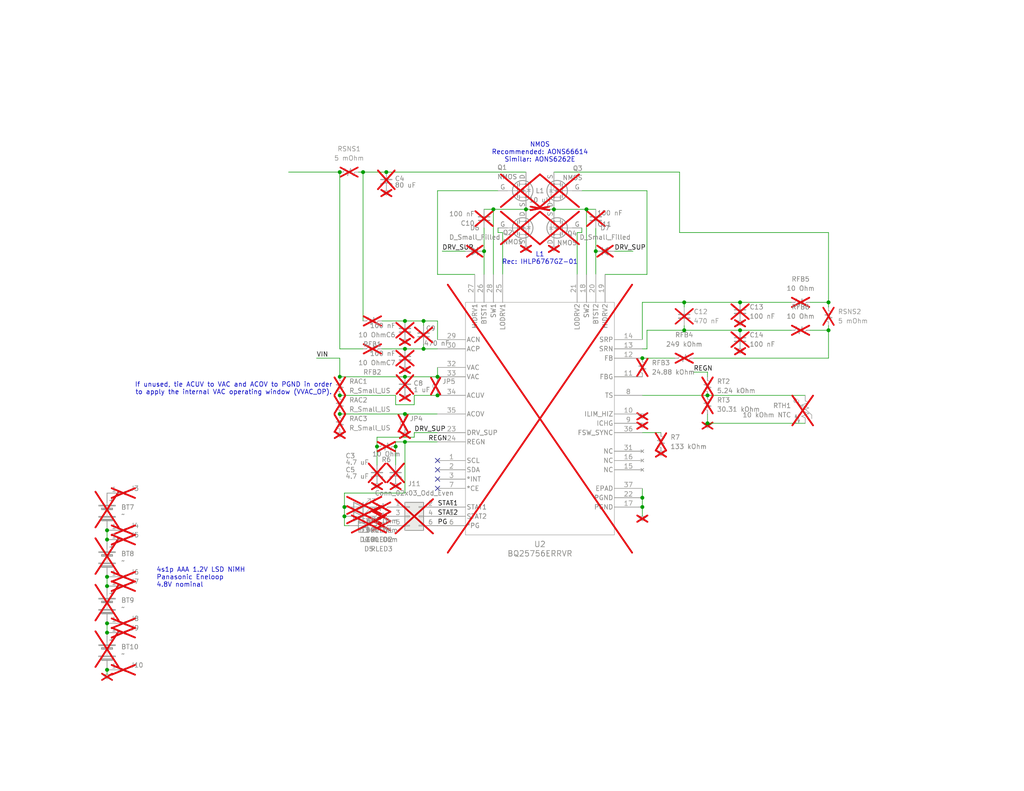
<source format=kicad_sch>
(kicad_sch (version 20250114) (generator "eeschema") (generator_version "9.0")
  (paper "USLetter")
  (title_block (title "ENTS Node Battery Module") (date "2025-08-26") (rev "3") (comment 1 "Jack Lin"))
  (lib_symbols
    (symbol "BQ25756E:BQ25756ERRVR" (pin_names (offset 0.254))
      (property "Reference" "U" (at 27.94 10.16 0))
      (property "Value" "BQ25756ERRVR" (at 27.94 7.62 0))
      (symbol "BQ25756ERRVR_0_1"
        (polyline (pts (xy 7.62 5.08) (xy 7.62 -58.42)) (stroke (width 0.127)))
        (polyline (pts (xy 7.62 -58.42) (xy 48.26 -58.42)) (stroke (width 0.127)))
        (polyline (pts (xy 48.26 5.08) (xy 7.62 5.08)) (stroke (width 0.127)))
        (polyline (pts (xy 48.26 -58.42) (xy 48.26 5.08)) (stroke (width 0.127)))
        (pin input line (at 0 -5.08 0) (length 7.62) (name "ACN") (number "29"))
        (pin input line (at 0 -7.62 0) (length 7.62) (name "ACP") (number "30"))
        (pin power_in line (at 0 -12.7 0) (length 7.62) (name "VAC") (number "32"))
        (pin input line (at 0 -15.24 0) (length 7.62) (name "VAC") (number "33"))
        (pin input line (at 0 -20.32 0) (length 7.62) (name "ACUV") (number "34"))
        (pin input line (at 0 -25.4 0) (length 7.62) (name "ACOV") (number "35"))
        (pin power_in line (at 0 -30.48 0) (length 7.62) (name "DRV_SUP") (number "23"))
        (pin power_in line (at 0 -33.02 0) (length 7.62) (name "REGN") (number "24"))
        (pin input line (at 0 -38.1 0) (length 7.62) (name "SCL") (number "1"))
        (pin bidirectional line (at 0 -40.64 0) (length 7.62) (name "SDA") (number "2"))
        (pin output line (at 0 -43.18 0) (length 7.62) (name "*INT") (number "3"))
        (pin bidirectional line (at 0 -45.72 0) (length 7.62) (name "*CE") (number "7"))
        (pin output line (at 0 -50.8 0) (length 7.62) (name "STAT1") (number "4"))
        (pin output line (at 0 -53.34 0) (length 7.62) (name "STAT2") (number "5"))
        (pin output line (at 0 -55.88 0) (length 7.62) (name "*PG") (number "6"))
        (pin output line (at 10.16 12.7 270) (length 7.62) (name "HIDRV1") (number "27"))
        (pin power_in line (at 12.7 12.7 270) (length 7.62) (name "BTST1") (number "26"))
        (pin power_in line (at 15.24 12.7 270) (length 7.62) (name "SW1") (number "28"))
        (pin output line (at 17.78 12.7 270) (length 7.62) (name "LODRV1") (number "25"))
        (pin output line (at 38.1 12.7 270) (length 7.62) (name "LODRV2") (number "21"))
        (pin power_in line (at 40.64 12.7 270) (length 7.62) (name "SW2") (number "18"))
        (pin power_in line (at 43.18 12.7 270) (length 7.62) (name "BTST2") (number "20"))
        (pin output line (at 45.72 12.7 270) (length 7.62) (name "HIDRV2") (number "19"))
        (pin input line (at 55.88 -5.08 180) (length 7.62) (name "SRP") (number "14"))
        (pin input line (at 55.88 -7.62 180) (length 7.62) (name "SRN") (number "13"))
        (pin input line (at 55.88 -10.16 180) (length 7.62) (name "FB") (number "12"))
        (pin input line (at 55.88 -15.24 180) (length 7.62) (name "FBG") (number "11"))
        (pin input line (at 55.88 -20.32 180) (length 7.62) (name "TS") (number "8"))
        (pin input line (at 55.88 -25.4 180) (length 7.62) (name "ILIM_HIZ") (number "10"))
        (pin input line (at 55.88 -27.94 180) (length 7.62) (name "ICHG") (number "9"))
        (pin power_in line (at 55.88 -30.48 180) (length 7.62) (name "FSW_SYNC") (number "36"))
        (pin no_connect line (at 55.88 -35.56 180) (length 7.62) (name "NC") (number "31"))
        (pin no_connect line (at 55.88 -38.1 180) (length 7.62) (name "NC") (number "16"))
        (pin no_connect line (at 55.88 -40.64 180) (length 7.62) (name "NC") (number "15"))
        (pin power_out line (at 55.88 -45.72 180) (length 7.62) (name "EPAD") (number "37"))
        (pin power_in line (at 55.88 -48.26 180) (length 7.62) (name "PGND") (number "22"))
        (pin power_out line (at 55.88 -50.8 180) (length 7.62) (name "PGND") (number "17"))
      )
    )
    (symbol "Connector:Conn_01x01_Socket" (pin_names (offset 1.016) (hide yes))
      (property "Reference" "J" (at 0 2.54 0))
      (property "Value" "Conn_01x01_Socket" (at 0 -2.54 0))
      (symbol "Conn_01x01_Socket_1_1"
        (polyline (pts (xy -1.27 0) (xy -0.508 0)) (stroke (width 0.1524)))
        (arc (start 0 -0.508) (mid -0.5058 0) (end 0 0.508) (stroke (width 0.1524)))
        (pin passive line (at -5.08 0 0) (length 3.81) (name "Pin_1") (number "1"))
      )
    )
    (symbol "Connector_Generic:Conn_02x03_Odd_Even" (pin_names (offset 1.016) (hide yes))
      (property "Reference" "J" (at 1.27 5.08 0))
      (property "Value" "Conn_02x03_Odd_Even" (at 1.27 -5.08 0))
      (symbol "Conn_02x03_Odd_Even_1_1"
        (rectangle (start -1.27 3.81) (end 3.81 -3.81) (stroke (width 0.254)) (fill (type background)))
        (rectangle (start -1.27 2.667) (end 0 2.413) (stroke (width 0.1524)))
        (rectangle (start -1.27 0.127) (end 0 -0.127) (stroke (width 0.1524)))
        (rectangle (start -1.27 -2.413) (end 0 -2.667) (stroke (width 0.1524)))
        (rectangle (start 3.81 2.667) (end 2.54 2.413) (stroke (width 0.1524)))
        (rectangle (start 3.81 0.127) (end 2.54 -0.127) (stroke (width 0.1524)))
        (rectangle (start 3.81 -2.413) (end 2.54 -2.667) (stroke (width 0.1524)))
        (pin passive line (at -5.08 2.54 0) (length 3.81) (name "Pin_1") (number "1"))
        (pin passive line (at -5.08 0 0) (length 3.81) (name "Pin_3") (number "3"))
        (pin passive line (at -5.08 -2.54 0) (length 3.81) (name "Pin_5") (number "5"))
        (pin passive line (at 7.62 2.54 180) (length 3.81) (name "Pin_2") (number "2"))
        (pin passive line (at 7.62 0 180) (length 3.81) (name "Pin_4") (number "4"))
        (pin passive line (at 7.62 -2.54 180) (length 3.81) (name "Pin_6") (number "6"))
      )
    )
    (symbol "Device:Battery" (pin_numbers (hide yes)) (pin_names (offset 0) (hide yes))
      (property "Reference" "BT" (at 2.54 2.54 0))
      (property "Value" "Battery" (at 2.54 0 0))
      (symbol "Battery_0_1"
        (rectangle (start -2.286 1.778) (end 2.286 1.524) (fill (type outline)))
        (rectangle (start -2.286 -1.27) (end 2.286 -1.524) (fill (type outline)))
        (rectangle (start -1.524 1.016) (end 1.524 0.508) (fill (type outline)))
        (rectangle (start -1.524 -2.032) (end 1.524 -2.54) (fill (type outline)))
        (polyline (pts (xy 0 1.778) (xy 0 2.54)))
        (polyline (pts (xy 0 0) (xy 0 0.254)))
        (polyline (pts (xy 0 -0.508) (xy 0 -0.254)))
        (polyline (pts (xy 0 -1.016) (xy 0 -0.762)))
        (polyline (pts (xy 0.762 3.048) (xy 1.778 3.048)) (stroke (width 0.254)))
        (polyline (pts (xy 1.27 3.556) (xy 1.27 2.54)) (stroke (width 0.254)))
      )
      (symbol "Battery_1_1"
        (pin passive line (at 0 5.08 270) (length 2.54) (name "+") (number "1"))
        (pin passive line (at 0 -5.08 90) (length 2.54) (name "-") (number "2"))
      )
    )
    (symbol "Device:C_Polarized_Small_US" (pin_numbers (hide yes)) (pin_names (offset 0.254) (hide yes))
      (property "Reference" "C" (at 0.254 1.778 0))
      (property "Value" "C_Polarized_Small_US" (at 0.254 -2.032 0))
      (symbol "C_Polarized_Small_US_0_1"
        (polyline (pts (xy -1.524 0.508) (xy 1.524 0.508)) (stroke (width 0.3048)))
        (polyline (pts (xy -1.27 1.524) (xy -0.762 1.524)))
        (polyline (pts (xy -1.016 1.27) (xy -1.016 1.778)))
        (arc (start -1.524 -0.762) (mid 0 -0.3734) (end 1.524 -0.762) (stroke (width 0.3048)))
      )
      (symbol "C_Polarized_Small_US_1_1"
        (pin passive line (at 0 2.54 270) (length 2.032) (name "~") (number "1"))
        (pin passive line (at 0 -2.54 90) (length 2.032) (name "~") (number "2"))
      )
    )
    (symbol "Device:C_Small" (pin_numbers (hide yes)) (pin_names (offset 0.254) (hide yes))
      (property "Reference" "C" (at 0.254 1.778 0))
      (property "Value" "C_Small" (at 0.254 -2.032 0))
      (symbol "C_Small_0_1"
        (polyline (pts (xy -1.524 0.508) (xy 1.524 0.508)) (stroke (width 0.3048)))
        (polyline (pts (xy -1.524 -0.508) (xy 1.524 -0.508)) (stroke (width 0.3302)))
      )
      (symbol "C_Small_1_1"
        (pin passive line (at 0 2.54 270) (length 2.032) (name "~") (number "1"))
        (pin passive line (at 0 -2.54 90) (length 2.032) (name "~") (number "2"))
      )
    )
    (symbol "Device:D_Small_Filled" (pin_numbers (hide yes)) (pin_names (offset 0.254) (hide yes))
      (property "Reference" "D" (at -1.27 2.032 0))
      (property "Value" "D_Small_Filled" (at -3.81 -2.032 0))
      (symbol "D_Small_Filled_0_1"
        (polyline (pts (xy -0.762 0) (xy 0.762 0)))
        (polyline (pts (xy -0.762 -1.016) (xy -0.762 1.016)) (stroke (width 0.254)))
        (polyline (pts (xy 0.762 -1.016) (xy -0.762 0) (xy 0.762 1.016) (xy 0.762 -1.016)) (stroke (width 0.254)) (fill (type outline)))
      )
      (symbol "D_Small_Filled_1_1"
        (pin passive line (at -2.54 0 0) (length 1.778) (name "K") (number "1"))
        (pin passive line (at 2.54 0 180) (length 1.778) (name "A") (number "2"))
      )
    )
    (symbol "Device:LED" (pin_numbers (hide yes)) (pin_names (offset 1.016) (hide yes))
      (property "Reference" "D" (at 0 2.54 0))
      (property "Value" "LED" (at 0 -2.54 0))
      (symbol "LED_0_1"
        (polyline (pts (xy -3.048 -0.762) (xy -4.572 -2.286) (xy -3.81 -2.286) (xy -4.572 -2.286) (xy -4.572 -1.524)))
        (polyline (pts (xy -1.778 -0.762) (xy -3.302 -2.286) (xy -2.54 -2.286) (xy -3.302 -2.286) (xy -3.302 -1.524)))
        (polyline (pts (xy -1.27 0) (xy 1.27 0)))
        (polyline (pts (xy -1.27 -1.27) (xy -1.27 1.27)) (stroke (width 0.254)))
        (polyline (pts (xy 1.27 -1.27) (xy 1.27 1.27) (xy -1.27 0) (xy 1.27 -1.27)) (stroke (width 0.254)))
      )
      (symbol "LED_1_1"
        (pin passive line (at -3.81 0 0) (length 2.54) (name "K") (number "1"))
        (pin passive line (at 3.81 0 180) (length 2.54) (name "A") (number "2"))
      )
    )
    (symbol "Device:L_Small" (pin_numbers (hide yes)) (pin_names (offset 0.254) (hide yes))
      (property "Reference" "L" (at 0.762 1.016 0))
      (property "Value" "L_Small" (at 0.762 -1.016 0))
      (symbol "L_Small_0_1"
        (arc (start 0 2.032) (mid 0.5058 1.524) (end 0 1.016))
        (arc (start 0 1.016) (mid 0.5058 0.508) (end 0 0))
        (arc (start 0 0) (mid 0.5058 -0.508) (end 0 -1.016))
        (arc (start 0 -1.016) (mid 0.5058 -1.524) (end 0 -2.032))
      )
      (symbol "L_Small_1_1"
        (pin passive line (at 0 2.54 270) (length 0.508) (name "~") (number "1"))
        (pin passive line (at 0 -2.54 90) (length 0.508) (name "~") (number "2"))
      )
    )
    (symbol "Device:R_Small_US" (pin_numbers (hide yes)) (pin_names (offset 0.254) (hide yes))
      (property "Reference" "R" (at 0.762 0.508 0))
      (property "Value" "R_Small_US" (at 0.762 -1.016 0))
      (symbol "R_Small_US_1_1"
        (polyline (pts (xy 0 1.524) (xy 1.016 1.143) (xy 0 0.762) (xy -1.016 0.381) (xy 0 0)))
        (polyline (pts (xy 0 0) (xy 1.016 -0.381) (xy 0 -0.762) (xy -1.016 -1.143) (xy 0 -1.524)))
        (pin passive line (at 0 2.54 270) (length 1.016) (name "~") (number "1"))
        (pin passive line (at 0 -2.54 90) (length 1.016) (name "~") (number "2"))
      )
    )
    (symbol "Device:Thermistor_NTC_US" (pin_numbers (hide yes)) (pin_names (offset 0))
      (property "Reference" "TH" (at -4.445 0 90))
      (property "Value" "Thermistor_NTC_US" (at 3.175 0 90))
      (symbol "Thermistor_NTC_US_0_1"
        (arc (start -3.175 2.413) (mid -3.0506 2.3165) (end -3.048 2.159))
        (arc (start -3.048 2.794) (mid -2.9736 2.9736) (end -2.794 3.048))
        (arc (start -2.794 3.048) (mid -2.6144 2.9736) (end -2.54 2.794))
        (arc (start -2.794 2.54) (mid -2.9736 2.6144) (end -3.048 2.794))
        (arc (start -2.794 1.905) (mid -2.9736 1.9794) (end -3.048 2.159))
        (arc (start -2.54 2.159) (mid -2.6144 1.9794) (end -2.794 1.905))
        (arc (start -2.159 2.794) (mid -2.434 2.5608) (end -2.794 2.54))
        (polyline (pts (xy -2.54 2.159) (xy -2.54 2.794)))
        (polyline (pts (xy -2.54 -3.683) (xy -2.54 -1.397) (xy -2.794 -2.159) (xy -2.286 -2.159) (xy -2.54 -1.397) (xy -2.54 -1.651)) (fill (type outline)))
        (polyline (pts (xy -1.778 2.54) (xy -1.778 1.524) (xy 1.778 -1.524) (xy 1.778 -2.54)))
        (polyline (pts (xy -1.778 -1.397) (xy -1.778 -3.683) (xy -2.032 -2.921) (xy -1.524 -2.921) (xy -1.778 -3.683) (xy -1.778 -3.429)) (fill (type outline)))
        (polyline (pts (xy 0 2.286) (xy 0 2.54)))
        (polyline (pts (xy 0 2.286) (xy 1.016 1.905) (xy 0 1.524) (xy -1.016 1.143) (xy 0 0.762)))
        (polyline (pts (xy 0 0.762) (xy 1.016 0.381) (xy 0 0) (xy -1.016 -0.381) (xy 0 -0.762)))
        (polyline (pts (xy 0 -0.762) (xy 1.016 -1.143) (xy 0 -1.524) (xy -1.016 -1.905) (xy 0 -2.286)))
        (polyline (pts (xy 0 -2.286) (xy 0 -2.54)))
      )
      (symbol "Thermistor_NTC_US_1_1"
        (pin passive line (at 0 3.81 270) (length 1.27) (name "~") (number "1"))
        (pin passive line (at 0 -3.81 90) (length 1.27) (name "~") (number "2"))
      )
    )
    (symbol "Jumper:Jumper_2_Small_Open" (pin_numbers (hide yes)) (pin_names (offset 0) (hide yes)) (exclude_from_sim yes)
      (property "Reference" "JP" (at 0 2.794 0))
      (property "Value" "Jumper_2_Small_Open" (at 0 -2.286 0))
      (symbol "Jumper_2_Small_Open_0_0"
        (circle (center -1.016 0) (radius 0.254))
        (circle (center 1.016 0) (radius 0.254))
      )
      (symbol "Jumper_2_Small_Open_0_1"
        (arc (start -0.762 1.0196) (mid 0 1.2729) (end 0.762 1.0196))
      )
      (symbol "Jumper_2_Small_Open_1_1"
        (pin passive line (at -2.54 0 0) (length 1.27) (name "A") (number "1"))
        (pin passive line (at 2.54 0 180) (length 1.27) (name "B") (number "2"))
      )
    )
    (symbol "Simulation_SPICE:0" (power) (pin_numbers (hide yes)) (pin_names (offset 0) (hide yes))
      (property "Value" "0" (at 0 -2.54 0))
      (symbol "0_0_1"
        (polyline (pts (xy -1.27 0) (xy 0 -1.27) (xy 1.27 0) (xy -1.27 0)))
      )
      (symbol "0_1_1"
        (pin power_in line (at 0 0 0) (length 0) (name "~") (number "1"))
      )
    )
    (symbol "Simulation_SPICE:NMOS" (pin_numbers (hide yes)) (pin_names (offset 0))
      (property "Reference" "Q" (at 5.08 1.27 0))
      (property "Value" "NMOS" (at 5.08 -1.27 0))
      (symbol "NMOS_0_1"
        (polyline (pts (xy 0.254 1.905) (xy 0.254 -1.905)) (stroke (width 0.254)))
        (polyline (pts (xy 0.254 0) (xy -2.54 0)))
        (polyline (pts (xy 0.762 2.286) (xy 0.762 1.27)) (stroke (width 0.254)))
        (polyline (pts (xy 0.762 0.508) (xy 0.762 -0.508)) (stroke (width 0.254)))
        (polyline (pts (xy 0.762 -1.27) (xy 0.762 -2.286)) (stroke (width 0.254)))
        (polyline (pts (xy 0.762 -1.778) (xy 3.302 -1.778) (xy 3.302 1.778) (xy 0.762 1.778)))
        (polyline (pts (xy 1.016 0) (xy 2.032 0.381) (xy 2.032 -0.381) (xy 1.016 0)) (fill (type outline)))
        (circle (center 1.651 0) (radius 2.794) (stroke (width 0.254)))
        (polyline (pts (xy 2.54 2.54) (xy 2.54 1.778)))
        (circle (center 2.54 1.778) (radius 0.254) (fill (type outline)))
        (circle (center 2.54 -1.778) (radius 0.254) (fill (type outline)))
        (polyline (pts (xy 2.54 -2.54) (xy 2.54 0) (xy 0.762 0)))
        (polyline (pts (xy 2.794 0.508) (xy 2.921 0.381) (xy 3.683 0.381) (xy 3.81 0.254)))
        (polyline (pts (xy 3.302 0.381) (xy 2.921 -0.254) (xy 3.683 -0.254) (xy 3.302 0.381)))
      )
      (symbol "NMOS_1_1"
        (pin input line (at -5.08 0 0) (length 2.54) (name "G") (number "2"))
        (pin passive line (at 2.54 5.08 270) (length 2.54) (name "D") (number "1"))
        (pin passive line (at 2.54 -5.08 90) (length 2.54) (name "S") (number "3"))
      )
    )
  )
  (text "L1\nRec: IHLP6767GZ-01" (at 147.32 70.612 0) (effects (font (size 1.27 1.27))))
  (text "NMOS\nRecommended: AONS66614\nSimilar: AONS6262E" (at 147.32 41.656 0) (effects (font (size 1.27 1.27))))
  (text "If unused, tie ACUV to VAC and ACOV to PGND in order\nto apply the internal VAC operating window (VVAC_OP)." (at 63.754 106.172 0) (effects (font (size 1.27 1.27))))
  (text "4s1p AAA 1.2V LSD NiMH\nPanasonic Eneloop\n4.8V nominal" (at 42.672 157.734 0) (effects (font (size 1.27 1.27)) (justify left)))
  (junction (at 29.21 147.32))
  (junction (at 29.21 144.78))
  (junction (at 107.95 121.92))
  (junction (at 186.69 90.17))
  (junction (at 29.21 170.18))
  (junction (at 29.21 157.48))
  (junction (at 201.93 90.17))
  (junction (at 151.13 57.15))
  (junction (at 119.38 102.87))
  (junction (at 29.21 182.88))
  (junction (at 92.71 107.95))
  (junction (at 193.04 107.95))
  (junction (at 110.49 87.63))
  (junction (at 193.04 115.57))
  (junction (at 92.71 46.99))
  (junction (at 92.71 102.87))
  (junction (at 29.21 160.02))
  (junction (at 115.57 95.25))
  (junction (at 134.62 57.15))
  (junction (at 226.06 82.55))
  (junction (at 115.57 87.63))
  (junction (at 175.26 138.43))
  (junction (at 226.06 90.17))
  (junction (at 92.71 113.03))
  (junction (at 29.21 172.72))
  (junction (at 93.98 140.97))
  (junction (at 93.98 138.43))
  (junction (at 119.38 107.95))
  (junction (at 110.49 102.87))
  (junction (at 175.26 135.89))
  (junction (at 162.56 68.58))
  (junction (at 110.49 95.25))
  (junction (at 143.51 57.15))
  (junction (at 110.49 120.65))
  (junction (at 105.41 46.99))
  (junction (at 99.06 46.99))
  (junction (at 175.26 97.79))
  (junction (at 102.87 121.92))
  (junction (at 132.08 68.58))
  (junction (at 110.49 113.03))
  (junction (at 201.93 82.55))
  (junction (at 160.02 57.15))
  (junction (at 186.69 82.55))
  (no_connect (at 119.38 128.27))
  (no_connect (at 119.38 130.81))
  (no_connect (at 119.38 133.35))
  (no_connect (at 119.38 125.73))
  (wire (pts (xy 176.53 52.07) (xy 176.53 74.93)))
  (wire (pts (xy 120.65 68.58) (xy 127 68.58)))
  (wire (pts (xy 93.98 134.62) (xy 110.49 134.62)))
  (wire (pts (xy 110.49 102.87) (xy 119.38 102.87)))
  (wire (pts (xy 105.41 46.99) (xy 143.51 46.99)))
  (wire (pts (xy 162.56 68.58) (xy 162.56 74.93)))
  (wire (pts (xy 151.13 46.99) (xy 185.42 46.99)))
  (wire (pts (xy 186.69 82.55) (xy 186.69 83.82)))
  (wire (pts (xy 176.53 95.25) (xy 176.53 90.17)))
  (wire (pts (xy 104.14 95.25) (xy 110.49 95.25)))
  (wire (pts (xy 135.89 62.23) (xy 135.89 63.5)))
  (wire (pts (xy 219.71 115.57) (xy 193.04 115.57)))
  (wire (pts (xy 93.98 143.51) (xy 95.25 143.51)))
  (wire (pts (xy 110.49 95.25) (xy 115.57 95.25)))
  (wire (pts (xy 101.6 143.51) (xy 102.87 143.51)))
  (wire (pts (xy 115.57 87.63) (xy 115.57 88.9)))
  (wire (pts (xy 160.02 57.15) (xy 160.02 74.93)))
  (wire (pts (xy 78.74 46.99) (xy 92.71 46.99)))
  (wire (pts (xy 158.75 52.07) (xy 176.53 52.07)))
  (wire (pts (xy 102.87 119.38) (xy 102.87 121.92)))
  (wire (pts (xy 93.98 140.97) (xy 93.98 138.43)))
  (wire (pts (xy 157.48 63.5) (xy 157.48 74.93)))
  (wire (pts (xy 99.06 46.99) (xy 105.41 46.99)))
  (wire (pts (xy 115.57 95.25) (xy 119.38 95.25)))
  (wire (pts (xy 162.56 62.23) (xy 162.56 68.58)))
  (wire (pts (xy 113.03 110.49) (xy 107.95 110.49)))
  (wire (pts (xy 107.95 120.65) (xy 107.95 121.92)))
  (wire (pts (xy 113.03 107.95) (xy 119.38 107.95)))
  (wire (pts (xy 134.62 57.15) (xy 134.62 74.93)))
  (wire (pts (xy 113.03 107.95) (xy 113.03 110.49)))
  (wire (pts (xy 167.64 68.58) (xy 172.72 68.58)))
  (wire (pts (xy 158.75 62.23) (xy 158.75 63.5)))
  (wire (pts (xy 143.51 57.15) (xy 144.78 57.15)))
  (wire (pts (xy 132.08 57.15) (xy 134.62 57.15)))
  (wire (pts (xy 185.42 46.99) (xy 185.42 63.5)))
  (wire (pts (xy 113.03 118.11) (xy 119.38 118.11)))
  (wire (pts (xy 186.69 82.55) (xy 175.26 82.55)))
  (wire (pts (xy 119.38 87.63) (xy 115.57 87.63)))
  (wire (pts (xy 113.03 118.11) (xy 113.03 119.38)))
  (wire (pts (xy 226.06 82.55) (xy 226.06 83.82)))
  (wire (pts (xy 129.54 74.93) (xy 119.38 74.93)))
  (wire (pts (xy 115.57 87.63) (xy 110.49 87.63)))
  (wire (pts (xy 29.21 157.48) (xy 29.21 160.02)))
  (wire (pts (xy 92.71 102.87) (xy 92.71 97.79)))
  (wire (pts (xy 175.26 82.55) (xy 175.26 92.71)))
  (wire (pts (xy 201.93 90.17) (xy 215.9 90.17)))
  (wire (pts (xy 86.36 97.79) (xy 92.71 97.79)))
  (wire (pts (xy 189.23 97.79) (xy 226.06 97.79)))
  (wire (pts (xy 135.89 63.5) (xy 137.16 63.5)))
  (wire (pts (xy 110.49 113.03) (xy 119.38 113.03)))
  (wire (pts (xy 175.26 97.79) (xy 184.15 97.79)))
  (wire (pts (xy 107.95 120.65) (xy 110.49 120.65)))
  (wire (pts (xy 215.9 82.55) (xy 201.93 82.55)))
  (wire (pts (xy 92.71 95.25) (xy 92.71 46.99)))
  (wire (pts (xy 99.06 95.25) (xy 92.71 95.25)))
  (wire (pts (xy 175.26 133.35) (xy 175.26 135.89)))
  (wire (pts (xy 176.53 90.17) (xy 186.69 90.17)))
  (wire (pts (xy 226.06 90.17) (xy 226.06 97.79)))
  (wire (pts (xy 99.06 46.99) (xy 97.79 46.99)))
  (wire (pts (xy 107.95 127) (xy 107.95 121.92)))
  (wire (pts (xy 107.95 110.49) (xy 107.95 107.95)))
  (wire (pts (xy 193.04 101.6) (xy 193.04 102.87)))
  (wire (pts (xy 189.23 101.6) (xy 193.04 101.6)))
  (wire (pts (xy 160.02 57.15) (xy 162.56 57.15)))
  (wire (pts (xy 137.16 63.5) (xy 137.16 74.93)))
  (wire (pts (xy 102.87 127) (xy 102.87 121.92)))
  (wire (pts (xy 193.04 107.95) (xy 219.71 107.95)))
  (wire (pts (xy 175.26 135.89) (xy 175.26 138.43)))
  (wire (pts (xy 119.38 74.93) (xy 119.38 52.07)))
  (wire (pts (xy 158.75 63.5) (xy 157.48 63.5)))
  (wire (pts (xy 226.06 63.5) (xy 226.06 82.55)))
  (wire (pts (xy 151.13 57.15) (xy 149.86 57.15)))
  (wire (pts (xy 151.13 57.15) (xy 160.02 57.15)))
  (wire (pts (xy 113.03 119.38) (xy 102.87 119.38)))
  (wire (pts (xy 29.21 144.78) (xy 29.21 147.32)))
  (wire (pts (xy 132.08 68.58) (xy 132.08 74.93)))
  (wire (pts (xy 175.26 118.11) (xy 180.34 118.11)))
  (wire (pts (xy 119.38 92.71) (xy 119.38 87.63)))
  (wire (pts (xy 185.42 63.5) (xy 226.06 63.5)))
  (wire (pts (xy 175.26 95.25) (xy 176.53 95.25)))
  (wire (pts (xy 220.98 82.55) (xy 226.06 82.55)))
  (wire (pts (xy 93.98 138.43) (xy 93.98 134.62)))
  (wire (pts (xy 107.95 107.95) (xy 92.71 107.95)))
  (wire (pts (xy 99.06 87.63) (xy 99.06 46.99)))
  (wire (pts (xy 92.71 102.87) (xy 110.49 102.87)))
  (wire (pts (xy 104.14 87.63) (xy 110.49 87.63)))
  (wire (pts (xy 29.21 182.88) (xy 29.21 184.15)))
  (wire (pts (xy 186.69 88.9) (xy 186.69 90.17)))
  (wire (pts (xy 29.21 170.18) (xy 29.21 172.72)))
  (wire (pts (xy 134.62 57.15) (xy 143.51 57.15)))
  (wire (pts (xy 201.93 82.55) (xy 186.69 82.55)))
  (wire (pts (xy 175.26 107.95) (xy 193.04 107.95)))
  (wire (pts (xy 119.38 100.33) (xy 119.38 102.87)))
  (wire (pts (xy 132.08 62.23) (xy 132.08 68.58)))
  (wire (pts (xy 193.04 115.57) (xy 193.04 113.03)))
  (wire (pts (xy 226.06 88.9) (xy 226.06 90.17)))
  (wire (pts (xy 175.26 138.43) (xy 175.26 140.97)))
  (wire (pts (xy 110.49 120.65) (xy 119.38 120.65)))
  (wire (pts (xy 176.53 74.93) (xy 165.1 74.93)))
  (wire (pts (xy 93.98 143.51) (xy 93.98 140.97)))
  (wire (pts (xy 220.98 90.17) (xy 226.06 90.17)))
  (wire (pts (xy 186.69 90.17) (xy 201.93 90.17)))
  (wire (pts (xy 119.38 52.07) (xy 135.89 52.07)))
  (wire (pts (xy 92.71 113.03) (xy 110.49 113.03)))
  (wire (pts (xy 115.57 95.25) (xy 115.57 93.98)))
  (wire (pts (xy 110.49 134.62) (xy 110.49 120.65)))
  (label "DRV_SUP" (at 113.03 118.11 0))
  (label "PG" (at 119.38 143.51 0))
  (label "STAT2" (at 119.38 140.97 0))
  (label "REGN" (at 116.84 120.65 0))
  (label "REGN" (at 189.23 101.6 0))
  (label "VIN" (at 86.36 97.79 0))
  (label "DRV_SUP" (at 120.65 68.58 0))
  (label "STAT1" (at 119.38 138.43 0))
  (label "DRV_SUP" (at 167.64 68.58 0))
  (symbol (lib_id "Simulation_SPICE:NMOS") (at 140.97 62.23 0) (unit 1) (in_bom no) (on_board no) (dnp yes)
    (property "Reference" "Q2" (at 137.16 63.5 0) (effects (justify left)))
    (property "Value" "NMOS" (at 137.16 66.04 0) (effects (justify left)))
    (property "Footprint" "Package_SON:VSONP-8-1EP_5x6_P1.27mm" (effects (hide yes)))
    (property "Datasheet" "https://ngspice.sourceforge.io/docs/ngspice-html-manual/manual.xhtml#cha_MOSFETs" (effects (hide yes)))
    (property "Description" "N-MOSFET transistor, drain/source/gate" (effects (hide yes)))
    (property "Sim.Device" "NMOS" (effects (hide yes)))
    (property "Sim.Type" "VDMOS" (effects (hide yes)))
    (property "Sim.Pins" "1=D 2=G 3=S" (effects (hide yes)))
  )
  (symbol (lib_id "Device:R_Small_US") (at 104.14 138.43 270) (unit 1) (in_bom no) (on_board no) (dnp yes)
    (property "Reference" "RLED1" (at 104.14 144.78 90))
    (property "Value" "300 Ohm" (at 104.14 142.24 90))
    (property "Footprint" "Resistor_SMD:R_0603_1608Metric" (effects (hide yes)))
    (property "Description" "Resistor, small US symbol" (effects (hide yes)))
  )
  (symbol (lib_id "Device:R_Small_US") (at 175.26 100.33 0) (unit 1) (in_bom no) (on_board no) (dnp yes)
    (property "Reference" "RFB3" (at 177.8 99.0599 0) (effects (justify left)))
    (property "Value" "24.88 kOhm" (at 177.8 101.5999 0) (effects (justify left)))
    (property "Footprint" "Resistor_SMD:R_0603_1608Metric" (effects (hide yes)))
    (property "Description" "Resistor, small US symbol" (effects (hide yes)))
  )
  (symbol (lib_id "Simulation_SPICE:0") (at 105.41 52.07 0) (unit 1) (in_bom no) (on_board no) (dnp yes)
    (property "Reference" "#GND016" (effects (hide yes)))
    (property "Value" "0" (effects (hide yes)))
    (property "Datasheet" "https://ngspice.sourceforge.io/docs/ngspice-html-manual/manual.xhtml#subsec_Circuit_elements__device" (effects (hide yes)))
    (property "Description" "0V reference potential for simulation" (effects (hide yes)))
  )
  (symbol (lib_id "Device:Battery") (at 29.21 139.7 0) (unit 1) (in_bom no) (on_board no) (dnp yes)
    (property "Reference" "BT7" (at 33.02 138.4934 0) (effects (justify left)))
    (property "Value" "~" (at 33.02 140.3985 0) (effects (justify left)))
    (property "Footprint" "Battery:BatteryHolder_Keystone_2468_2xAAA" (effects (hide yes)))
    (property "Description" "Multiple-cell battery" (effects (hide yes)))
  )
  (symbol (lib_id "Device:L_Small") (at 147.32 57.15 90) (unit 1) (in_bom no) (on_board no) (dnp yes)
    (property "Reference" "L1" (at 147.32 52.07 90))
    (property "Value" "10 uH" (at 147.32 54.61 90))
    (property "Footprint" "Inductor_SMD:L_12x12mm_H8mm" (effects (hide yes)))
    (property "Description" "Inductor, small symbol" (effects (hide yes)))
  )
  (symbol (lib_id "Device:LED") (at 97.79 138.43 180) (unit 1) (in_bom no) (on_board no) (dnp yes)
    (property "Reference" "D3" (at 99.3775 144.78 0))
    (property "Value" "LED" (at 99.3775 142.24 0))
    (property "Footprint" "LED_SMD:LED_0603_1608Metric" (effects (hide yes)))
    (property "Description" "Light emitting diode" (effects (hide yes)))
  )
  (symbol (lib_id "Device:D_Small_Filled") (at 129.54 68.58 180) (unit 1) (in_bom no) (on_board no) (dnp yes)
    (property "Reference" "D6" (at 129.54 62.23 0))
    (property "Value" "D_Small_Filled" (at 129.54 64.77 0))
    (property "Footprint" "Diode_SMD:D_0603_1608Metric" (effects (hide yes)))
    (property "Description" "Diode, small symbol, filled shape" (effects (hide yes)))
    (property "Sim.Device" "D" (effects (hide yes)))
    (property "Sim.Pins" "1=K 2=A" (effects (hide yes)))
  )
  (symbol (lib_id "Connector:Conn_01x01_Socket") (at 34.29 182.88 0) (unit 1) (in_bom no) (on_board no) (dnp yes)
    (property "Reference" "J10" (at 35.56 181.6099 0) (effects (justify left)))
    (property "Value" "Conn_01x01_Socket" (effects (hide yes)))
    (property "Footprint" "Keystone82:BAT_82" (effects (hide yes)))
    (property "Description" "Generic connector, single row, 01x01, script generated" (effects (hide yes)))
  )
  (symbol (lib_id "Simulation_SPICE:0") (at 92.71 118.11 0) (unit 1) (in_bom no) (on_board no) (dnp yes)
    (property "Reference" "#GND014" (effects (hide yes)))
    (property "Value" "0" (effects (hide yes)))
    (property "Datasheet" "https://ngspice.sourceforge.io/docs/ngspice-html-manual/manual.xhtml#subsec_Circuit_elements__device" (effects (hide yes)))
    (property "Description" "0V reference potential for simulation" (effects (hide yes)))
  )
  (symbol (lib_id "Device:R_Small_US") (at 180.34 120.65 0) (unit 1) (in_bom no) (on_board no) (dnp yes)
    (property "Reference" "R7" (at 182.88 119.3799 0) (effects (justify left)))
    (property "Value" "133 kOhm" (at 182.88 121.9199 0) (effects (justify left)))
    (property "Footprint" "Resistor_SMD:R_0603_1608Metric" (effects (hide yes)))
    (property "Description" "Resistor, small US symbol" (effects (hide yes)))
  )
  (symbol (lib_id "Device:R_Small_US") (at 92.71 110.49 0) (unit 1) (in_bom no) (on_board no) (dnp yes)
    (property "Reference" "RAC2" (at 95.25 109.2199 0) (effects (justify left)))
    (property "Value" "R_Small_US" (at 95.25 111.7599 0) (effects (justify left)))
    (property "Footprint" "Resistor_SMD:R_0603_1608Metric" (effects (hide yes)))
    (property "Description" "Resistor, small US symbol" (effects (hide yes)))
  )
  (symbol (lib_id "Simulation_SPICE:0") (at 107.95 132.08 0) (unit 1) (in_bom no) (on_board no) (dnp yes)
    (property "Reference" "#GND017" (effects (hide yes)))
    (property "Value" "0" (effects (hide yes)))
    (property "Datasheet" "https://ngspice.sourceforge.io/docs/ngspice-html-manual/manual.xhtml#subsec_Circuit_elements__device" (effects (hide yes)))
    (property "Description" "0V reference potential for simulation" (effects (hide yes)))
  )
  (symbol (lib_id "Device:R_Small_US") (at 104.14 143.51 270) (unit 1) (in_bom no) (on_board no) (dnp yes)
    (property "Reference" "RLED3" (at 104.14 149.86 90))
    (property "Value" "300 Ohm" (at 104.14 147.32 90))
    (property "Footprint" "Resistor_SMD:R_0603_1608Metric" (effects (hide yes)))
    (property "Description" "Resistor, small US symbol" (effects (hide yes)))
  )
  (symbol (lib_id "Simulation_SPICE:NMOS") (at 140.97 52.07 0) (unit 1) (in_bom no) (on_board no) (dnp yes)
    (property "Reference" "Q1" (at 135.636 45.72 0) (effects (justify left)))
    (property "Value" "NMOS" (at 135.636 48.26 0) (effects (justify left)))
    (property "Footprint" "Package_SON:VSONP-8-1EP_5x6_P1.27mm" (effects (hide yes)))
    (property "Datasheet" "https://ngspice.sourceforge.io/docs/ngspice-html-manual/manual.xhtml#cha_MOSFETs" (effects (hide yes)))
    (property "Description" "N-MOSFET transistor, drain/source/gate" (effects (hide yes)))
    (property "Sim.Device" "NMOS" (effects (hide yes)))
    (property "Sim.Type" "VDMOS" (effects (hide yes)))
    (property "Sim.Pins" "1=D 2=G 3=S" (effects (hide yes)))
  )
  (symbol (lib_id "Device:C_Polarized_Small_US") (at 107.95 129.54 0) (unit 1) (in_bom no) (on_board no) (dnp yes)
    (property "Reference" "C5" (at 94.234 128.27 0) (effects (justify left)))
    (property "Value" "4.7 uF" (at 94.234 130.048 0) (effects (justify left)))
    (property "Footprint" "Capacitor_SMD:CP_Elec_8x5.4" (effects (hide yes)))
    (property "Description" "Polarized capacitor, small US symbol" (effects (hide yes)))
  )
  (symbol (lib_id "Device:Thermistor_NTC_US") (at 219.71 111.76 0) (unit 1) (in_bom no) (on_board no) (dnp yes)
    (property "Reference" "RTH1" (at 215.9 110.744 0) (effects (justify right)))
    (property "Value" "10 kOhm NTC" (at 215.9 113.284 0) (effects (justify right)))
    (property "Footprint" "Connector_PinHeader_2.54mm:PinHeader_1x02_P2.54mm_Vertical" (effects (hide yes)))
    (property "Description" "Temperature dependent resistor, negative temperature coefficient, US symbol" (effects (hide yes)))
  )
  (symbol (lib_id "Simulation_SPICE:0") (at 29.21 184.15 0) (unit 1) (in_bom no) (on_board no) (dnp yes)
    (property "Reference" "#GND013" (effects (hide yes)))
    (property "Value" "0" (effects (hide yes)))
    (property "Datasheet" "https://ngspice.sourceforge.io/docs/ngspice-html-manual/manual.xhtml#subsec_Circuit_elements__device" (effects (hide yes)))
    (property "Description" "0V reference potential for simulation" (effects (hide yes)))
  )
  (symbol (lib_id "Device:R_Small_US") (at 105.41 121.92 270) (unit 1) (in_bom no) (on_board no) (dnp yes)
    (property "Reference" "R6" (at 105.41 125.476 90))
    (property "Value" "10 Ohm" (at 105.41 123.952 90))
    (property "Footprint" "Resistor_SMD:R_0603_1608Metric" (effects (hide yes)))
    (property "Description" "Resistor, small US symbol" (effects (hide yes)))
  )
  (symbol (lib_id "Connector:Conn_01x01_Socket") (at 34.29 172.72 0) (unit 1) (in_bom no) (on_board no) (dnp yes)
    (property "Reference" "J9" (at 35.56 171.4499 0) (effects (justify left)))
    (property "Value" "Conn_01x01_Socket" (effects (hide yes)))
    (property "Footprint" "Keystone82:BAT_82" (effects (hide yes)))
    (property "Description" "Generic connector, single row, 01x01, script generated" (effects (hide yes)))
  )
  (symbol (lib_id "Device:D_Small_Filled") (at 165.1 68.58 0) (unit 1) (in_bom no) (on_board no) (dnp yes)
    (property "Reference" "D7" (at 165.1 62.23 0))
    (property "Value" "D_Small_Filled" (at 165.1 64.77 0))
    (property "Footprint" "Diode_SMD:D_0603_1608Metric" (effects (hide yes)))
    (property "Description" "Diode, small symbol, filled shape" (effects (hide yes)))
    (property "Sim.Device" "D" (effects (hide yes)))
    (property "Sim.Pins" "1=K 2=A" (effects (hide yes)))
  )
  (symbol (lib_id "Simulation_SPICE:0") (at 201.93 95.25 0) (unit 1) (in_bom no) (on_board no) (dnp yes)
    (property "Reference" "#GND030" (effects (hide yes)))
    (property "Value" "0" (effects (hide yes)))
    (property "Datasheet" "https://ngspice.sourceforge.io/docs/ngspice-html-manual/manual.xhtml#subsec_Circuit_elements__device" (effects (hide yes)))
    (property "Description" "0V reference potential for simulation" (effects (hide yes)))
  )
  (symbol (lib_id "Connector:Conn_01x01_Socket") (at 34.29 160.02 0) (unit 1) (in_bom no) (on_board no) (dnp yes)
    (property "Reference" "J7" (at 35.56 158.7499 0) (effects (justify left)))
    (property "Value" "Conn_01x01_Socket" (effects (hide yes)))
    (property "Footprint" "Keystone82:BAT_82" (effects (hide yes)))
    (property "Description" "Generic connector, single row, 01x01, script generated" (effects (hide yes)))
  )
  (symbol (lib_id "Simulation_SPICE:0") (at 193.04 115.57 0) (unit 1) (in_bom no) (on_board no) (dnp yes)
    (property "Reference" "#GND028" (effects (hide yes)))
    (property "Value" "0" (effects (hide yes)))
    (property "Datasheet" "https://ngspice.sourceforge.io/docs/ngspice-html-manual/manual.xhtml#subsec_Circuit_elements__device" (effects (hide yes)))
    (property "Description" "0V reference potential for simulation" (effects (hide yes)))
  )
  (symbol (lib_id "Device:R_Small_US") (at 92.71 115.57 0) (unit 1) (in_bom no) (on_board no) (dnp yes)
    (property "Reference" "RAC3" (at 95.25 114.2999 0) (effects (justify left)))
    (property "Value" "R_Small_US" (at 95.25 116.8399 0) (effects (justify left)))
    (property "Footprint" "Resistor_SMD:R_0603_1608Metric" (effects (hide yes)))
    (property "Description" "Resistor, small US symbol" (effects (hide yes)))
  )
  (symbol (lib_id "Device:C_Small") (at 201.93 85.09 0) (unit 1) (in_bom no) (on_board no) (dnp yes)
    (property "Reference" "C13" (at 204.47 83.8262 0) (effects (justify left)))
    (property "Value" "100 nF" (at 204.47 86.3662 0) (effects (justify left)))
    (property "Footprint" "Capacitor_SMD:C_0603_1608Metric" (effects (hide yes)))
    (property "Description" "Unpolarized capacitor, small symbol" (effects (hide yes)))
  )
  (symbol (lib_id "Device:C_Polarized_Small_US") (at 105.41 49.53 0) (unit 1) (in_bom no) (on_board no) (dnp yes)
    (property "Reference" "C4" (at 107.696 48.768 0) (effects (justify left)))
    (property "Value" "80 uF" (at 107.696 50.546 0) (effects (justify left)))
    (property "Footprint" "Capacitor_SMD:CP_Elec_10x10" (effects (hide yes)))
    (property "Description" "Polarized capacitor, small US symbol" (effects (hide yes)))
  )
  (symbol (lib_id "Simulation_SPICE:NMOS") (at 153.67 62.23 180) (unit 1) (in_bom no) (on_board no) (dnp yes)
    (property "Reference" "Q4" (at 157.48 63.754 0) (effects (justify left)))
    (property "Value" "NMOS" (at 157.48 66.294 0) (effects (justify left)))
    (property "Footprint" "Package_SON:VSONP-8-1EP_5x6_P1.27mm" (effects (hide yes)))
    (property "Datasheet" "https://ngspice.sourceforge.io/docs/ngspice-html-manual/manual.xhtml#cha_MOSFETs" (effects (hide yes)))
    (property "Description" "N-MOSFET transistor, drain/source/gate" (effects (hide yes)))
    (property "Sim.Device" "NMOS" (effects (hide yes)))
    (property "Sim.Type" "VDMOS" (effects (hide yes)))
    (property "Sim.Pins" "1=D 2=G 3=S" (effects (hide yes)))
  )
  (symbol (lib_id "Jumper:Jumper_2_Small_Open") (at 110.49 115.57 90) (unit 1) (exclude_from_sim yes) (in_bom no) (on_board no) (dnp yes)
    (property "Reference" "JP4" (at 111.76 114.2999 90) (effects (justify right)))
    (property "Value" "Jumper_2_Small_Open" (effects (hide yes)))
    (property "Footprint" "Connector_PinHeader_2.54mm:PinHeader_1x02_P2.54mm_Vertical" (effects (hide yes)))
    (property "Description" "Jumper, 2-pole, small symbol, open" (effects (hide yes)))
  )
  (symbol (lib_id "Device:R_Small_US") (at 226.06 86.36 0) (unit 1) (in_bom no) (on_board no) (dnp yes)
    (property "Reference" "RSNS2" (at 228.6 85.0899 0) (effects (justify left)))
    (property "Value" "5 mOhm" (at 228.6 87.6299 0) (effects (justify left)))
    (property "Footprint" "Resistor_SMD:R_0603_1608Metric" (effects (hide yes)))
    (property "Description" "Resistor, small US symbol" (effects (hide yes)))
  )
  (symbol (lib_id "Simulation_SPICE:0") (at 102.87 132.08 0) (unit 1) (in_bom no) (on_board no) (dnp yes)
    (property "Reference" "#GND015" (effects (hide yes)))
    (property "Value" "0" (effects (hide yes)))
    (property "Datasheet" "https://ngspice.sourceforge.io/docs/ngspice-html-manual/manual.xhtml#subsec_Circuit_elements__device" (effects (hide yes)))
    (property "Description" "0V reference potential for simulation" (effects (hide yes)))
  )
  (symbol (lib_id "Device:C_Small") (at 132.08 59.69 180) (unit 1) (in_bom no) (on_board no) (dnp yes)
    (property "Reference" "C10" (at 129.54 60.9538 0) (effects (justify left)))
    (property "Value" "100 nF" (at 129.54 58.4138 0) (effects (justify left)))
    (property "Footprint" "Capacitor_SMD:C_0603_1608Metric" (effects (hide yes)))
    (property "Description" "Unpolarized capacitor, small symbol" (effects (hide yes)))
  )
  (symbol (lib_id "Device:C_Small") (at 110.49 90.17 180) (unit 1) (in_bom no) (on_board no) (dnp yes)
    (property "Reference" "C6" (at 107.95 91.4338 0) (effects (justify left)))
    (property "Value" "100 nF" (at 107.95 88.8938 0) (effects (justify left)))
    (property "Footprint" "Capacitor_SMD:C_0603_1608Metric" (effects (hide yes)))
    (property "Description" "Unpolarized capacitor, small symbol" (effects (hide yes)))
  )
  (symbol (lib_id "Connector:Conn_01x01_Socket") (at 34.29 157.48 0) (unit 1) (in_bom no) (on_board no) (dnp yes)
    (property "Reference" "J6" (at 35.56 156.2099 0) (effects (justify left)))
    (property "Value" "Conn_01x01_Socket" (effects (hide yes)))
    (property "Footprint" "Keystone82:BAT_82" (effects (hide yes)))
    (property "Description" "Generic connector, single row, 01x01, script generated" (effects (hide yes)))
  )
  (symbol (lib_id "Simulation_SPICE:0") (at 110.49 100.33 0) (unit 1) (in_bom no) (on_board no) (dnp yes)
    (property "Reference" "#GND019" (effects (hide yes)))
    (property "Value" "0" (effects (hide yes)))
    (property "Datasheet" "https://ngspice.sourceforge.io/docs/ngspice-html-manual/manual.xhtml#subsec_Circuit_elements__device" (effects (hide yes)))
    (property "Description" "0V reference potential for simulation" (effects (hide yes)))
  )
  (symbol (lib_id "Device:C_Polarized_Small_US") (at 102.87 129.54 0) (unit 1) (in_bom no) (on_board no) (dnp yes)
    (property "Reference" "C3" (at 94.234 124.46 0) (effects (justify left)))
    (property "Value" "4.7 uF" (at 94.234 126.238 0) (effects (justify left)))
    (property "Footprint" "Capacitor_SMD:CP_Elec_8x5.4" (effects (hide yes)))
    (property "Description" "Polarized capacitor, small US symbol" (effects (hide yes)))
  )
  (symbol (lib_id "Device:R_Small_US") (at 104.14 140.97 270) (unit 1) (in_bom no) (on_board no) (dnp yes)
    (property "Reference" "RLED2" (at 104.14 147.32 90))
    (property "Value" "300 Ohm" (at 104.14 144.78 90))
    (property "Footprint" "Resistor_SMD:R_0603_1608Metric" (effects (hide yes)))
    (property "Description" "Resistor, small US symbol" (effects (hide yes)))
  )
  (symbol (lib_id "Device:Battery") (at 29.21 165.1 0) (unit 1) (in_bom no) (on_board no) (dnp yes)
    (property "Reference" "BT9" (at 33.02 163.8934 0) (effects (justify left)))
    (property "Value" "~" (at 33.02 165.7985 0) (effects (justify left)))
    (property "Footprint" "Battery:BatteryHolder_Keystone_2468_2xAAA" (effects (hide yes)))
    (property "Description" "Multiple-cell battery" (effects (hide yes)))
  )
  (symbol (lib_id "Simulation_SPICE:0") (at 110.49 92.71 0) (unit 1) (in_bom no) (on_board no) (dnp yes)
    (property "Reference" "#GND018" (effects (hide yes)))
    (property "Value" "0" (effects (hide yes)))
    (property "Datasheet" "https://ngspice.sourceforge.io/docs/ngspice-html-manual/manual.xhtml#subsec_Circuit_elements__device" (effects (hide yes)))
    (property "Description" "0V reference potential for simulation" (effects (hide yes)))
  )
  (symbol (lib_id "Device:C_Small") (at 115.57 91.44 180) (unit 1) (in_bom no) (on_board no) (dnp yes)
    (property "Reference" "C9" (at 118.872 89.662 0) (effects (justify left)))
    (property "Value" "470 nF" (at 122.682 93.726 0) (effects (justify left)))
    (property "Footprint" "Capacitor_SMD:C_0603_1608Metric" (effects (hide yes)))
    (property "Description" "Unpolarized capacitor, small symbol" (effects (hide yes)))
  )
  (symbol (lib_id "Device:R_Small_US") (at 218.44 82.55 90) (unit 1) (in_bom no) (on_board no) (dnp yes)
    (property "Reference" "RFB5" (at 218.44 76.2 90))
    (property "Value" "10 Ohm" (at 218.44 78.74 90))
    (property "Footprint" "Resistor_SMD:R_0603_1608Metric" (effects (hide yes)))
    (property "Description" "Resistor, small US symbol" (effects (hide yes)))
  )
  (symbol (lib_id "Connector:Conn_01x01_Socket") (at 34.29 170.18 0) (unit 1) (in_bom no) (on_board no) (dnp yes)
    (property "Reference" "J8" (at 35.56 168.9099 0) (effects (justify left)))
    (property "Value" "Conn_01x01_Socket" (effects (hide yes)))
    (property "Footprint" "Keystone82:BAT_82" (effects (hide yes)))
    (property "Description" "Generic connector, single row, 01x01, script generated" (effects (hide yes)))
  )
  (symbol (lib_id "Device:C_Small") (at 162.56 59.69 180) (unit 1) (in_bom no) (on_board no) (dnp yes)
    (property "Reference" "C11" (at 166.878 61.214 0) (effects (justify left)))
    (property "Value" "100 nF" (at 169.926 58.166 0) (effects (justify left)))
    (property "Footprint" "Capacitor_SMD:C_0603_1608Metric" (effects (hide yes)))
    (property "Description" "Unpolarized capacitor, small symbol" (effects (hide yes)))
  )
  (symbol (lib_id "Device:LED") (at 97.79 140.97 180) (unit 1) (in_bom no) (on_board no) (dnp yes)
    (property "Reference" "D4" (at 99.3775 147.32 0))
    (property "Value" "LED" (at 99.3775 144.78 0))
    (property "Footprint" "LED_SMD:LED_0603_1608Metric" (effects (hide yes)))
    (property "Description" "Light emitting diode" (effects (hide yes)))
  )
  (symbol (lib_id "Simulation_SPICE:0") (at 110.49 118.11 0) (unit 1) (in_bom no) (on_board no) (dnp yes)
    (property "Reference" "#GND021" (effects (hide yes)))
    (property "Value" "0" (effects (hide yes)))
    (property "Datasheet" "https://ngspice.sourceforge.io/docs/ngspice-html-manual/manual.xhtml#subsec_Circuit_elements__device" (effects (hide yes)))
    (property "Description" "0V reference potential for simulation" (effects (hide yes)))
  )
  (symbol (lib_id "Connector:Conn_01x01_Socket") (at 34.29 147.32 0) (unit 1) (in_bom no) (on_board no) (dnp yes)
    (property "Reference" "J5" (at 35.56 146.0499 0) (effects (justify left)))
    (property "Value" "Conn_01x01_Socket" (effects (hide yes)))
    (property "Footprint" "Keystone82:BAT_82" (effects (hide yes)))
    (property "Description" "Generic connector, single row, 01x01, script generated" (effects (hide yes)))
  )
  (symbol (lib_id "Device:R_Small_US") (at 186.69 97.79 90) (unit 1) (in_bom no) (on_board no) (dnp yes)
    (property "Reference" "RFB4" (at 186.69 91.44 90))
    (property "Value" "249 kOhm" (at 186.69 93.98 90))
    (property "Footprint" "Resistor_SMD:R_0603_1608Metric" (effects (hide yes)))
    (property "Description" "Resistor, small US symbol" (effects (hide yes)))
  )
  (symbol (lib_id "Connector_Generic:Conn_02x03_Odd_Even") (at 111.76 140.97 0) (unit 1) (in_bom no) (on_board no) (dnp yes)
    (property "Reference" "J11" (at 113.03 132.08 0))
    (property "Value" "Conn_02x03_Odd_Even" (at 113.03 134.62 0))
    (property "Footprint" "Connector_PinHeader_2.54mm:PinHeader_2x03_P2.54mm_Vertical" (effects (hide yes)))
    (property "Description" "Generic connector, double row, 02x03, odd/even pin numbering scheme (row 1 odd numbers, row 2 even numbers), script generated (kicad-library-utils/schlib/autogen/connector/)" (effects (hide yes)))
  )
  (symbol (lib_id "Device:Battery") (at 29.21 152.4 0) (unit 1) (in_bom no) (on_board no) (dnp yes)
    (property "Reference" "BT8" (at 33.02 151.1934 0) (effects (justify left)))
    (property "Value" "~" (at 33.02 153.0985 0) (effects (justify left)))
    (property "Footprint" "Battery:BatteryHolder_Keystone_2468_2xAAA" (effects (hide yes)))
    (property "Description" "Multiple-cell battery" (effects (hide yes)))
  )
  (symbol (lib_id "Simulation_SPICE:0") (at 110.49 107.95 0) (unit 1) (in_bom no) (on_board no) (dnp yes)
    (property "Reference" "#GND020" (effects (hide yes)))
    (property "Value" "0" (effects (hide yes)))
    (property "Datasheet" "https://ngspice.sourceforge.io/docs/ngspice-html-manual/manual.xhtml#subsec_Circuit_elements__device" (effects (hide yes)))
    (property "Description" "0V reference potential for simulation" (effects (hide yes)))
  )
  (symbol (lib_id "Device:C_Small") (at 201.93 92.71 0) (unit 1) (in_bom no) (on_board no) (dnp yes)
    (property "Reference" "C14" (at 204.47 91.4462 0) (effects (justify left)))
    (property "Value" "100 nF" (at 204.47 93.9862 0) (effects (justify left)))
    (property "Footprint" "Capacitor_SMD:C_0603_1608Metric" (effects (hide yes)))
    (property "Description" "Unpolarized capacitor, small symbol" (effects (hide yes)))
  )
  (symbol (lib_id "Connector:Conn_01x01_Socket") (at 34.29 144.78 0) (unit 1) (in_bom no) (on_board no) (dnp yes)
    (property "Reference" "J4" (at 35.56 143.5099 0) (effects (justify left)))
    (property "Value" "Conn_01x01_Socket" (effects (hide yes)))
    (property "Footprint" "Keystone82:BAT_82" (effects (hide yes)))
    (property "Description" "Generic connector, single row, 01x01, script generated" (effects (hide yes)))
  )
  (symbol (lib_id "Device:R_Small_US") (at 193.04 110.49 0) (unit 1) (in_bom no) (on_board no) (dnp yes)
    (property "Reference" "RT3" (at 195.58 109.2199 0) (effects (justify left)))
    (property "Value" "30.31 kOhm" (at 195.58 111.7599 0) (effects (justify left)))
    (property "Footprint" "Resistor_SMD:R_0603_1608Metric" (effects (hide yes)))
    (property "Description" "Resistor, small US symbol" (effects (hide yes)))
  )
  (symbol (lib_id "Device:R_Small_US") (at 95.25 46.99 270) (unit 1) (in_bom no) (on_board no) (dnp yes)
    (property "Reference" "RSNS1" (at 95.25 40.64 90))
    (property "Value" "5 mOhm" (at 95.25 43.18 90))
    (property "Footprint" "Resistor_SMD:R_0603_1608Metric" (effects (hide yes)))
    (property "Description" "Resistor, small US symbol" (effects (hide yes)))
  )
  (symbol (lib_id "Device:R_Small_US") (at 101.6 95.25 270) (unit 1) (in_bom no) (on_board no) (dnp yes)
    (property "Reference" "RFB2" (at 101.6 101.6 90))
    (property "Value" "10 Ohm" (at 101.6 99.06 90))
    (property "Footprint" "Resistor_SMD:R_0603_1608Metric" (effects (hide yes)))
    (property "Description" "Resistor, small US symbol" (effects (hide yes)))
  )
  (symbol (lib_id "Device:LED") (at 99.06 143.51 180) (unit 1) (in_bom no) (on_board no) (dnp yes)
    (property "Reference" "D5" (at 100.6475 149.86 0))
    (property "Value" "LED" (at 100.6475 147.32 0))
    (property "Footprint" "LED_SMD:LED_0603_1608Metric" (effects (hide yes)))
    (property "Description" "Light emitting diode" (effects (hide yes)))
  )
  (symbol (lib_id "Simulation_SPICE:0") (at 180.34 123.19 0) (unit 1) (in_bom no) (on_board no) (dnp yes)
    (property "Reference" "#GND027" (effects (hide yes)))
    (property "Value" "0" (effects (hide yes)))
    (property "Datasheet" "https://ngspice.sourceforge.io/docs/ngspice-html-manual/manual.xhtml#subsec_Circuit_elements__device" (effects (hide yes)))
    (property "Description" "0V reference potential for simulation" (effects (hide yes)))
  )
  (symbol (lib_id "Device:C_Small") (at 110.49 97.79 180) (unit 1) (in_bom no) (on_board no) (dnp yes)
    (property "Reference" "C7" (at 107.95 99.0538 0) (effects (justify left)))
    (property "Value" "100 nF" (at 107.95 96.5138 0) (effects (justify left)))
    (property "Footprint" "Capacitor_SMD:C_0603_1608Metric" (effects (hide yes)))
    (property "Description" "Unpolarized capacitor, small symbol" (effects (hide yes)))
  )
  (symbol (lib_id "Device:R_Small_US") (at 92.71 105.41 0) (unit 1) (in_bom no) (on_board no) (dnp yes)
    (property "Reference" "RAC1" (at 95.25 104.1399 0) (effects (justify left)))
    (property "Value" "R_Small_US" (at 95.25 106.6799 0) (effects (justify left)))
    (property "Footprint" "Resistor_SMD:R_0603_1608Metric" (effects (hide yes)))
    (property "Description" "Resistor, small US symbol" (effects (hide yes)))
  )
  (symbol (lib_id "Device:R_Small_US") (at 218.44 90.17 90) (unit 1) (in_bom no) (on_board no) (dnp yes)
    (property "Reference" "RFB6" (at 218.44 83.82 90))
    (property "Value" "10 Ohm" (at 218.44 86.36 90))
    (property "Footprint" "Resistor_SMD:R_0603_1608Metric" (effects (hide yes)))
    (property "Description" "Resistor, small US symbol" (effects (hide yes)))
  )
  (symbol (lib_id "Simulation_SPICE:0") (at 175.26 140.97 0) (unit 1) (in_bom no) (on_board no) (dnp yes)
    (property "Reference" "#GND026" (effects (hide yes)))
    (property "Value" "0" (effects (hide yes)))
    (property "Datasheet" "https://ngspice.sourceforge.io/docs/ngspice-html-manual/manual.xhtml#subsec_Circuit_elements__device" (effects (hide yes)))
    (property "Description" "0V reference potential for simulation" (effects (hide yes)))
  )
  (symbol (lib_id "Device:C_Polarized_Small_US") (at 110.49 105.41 0) (unit 1) (in_bom no) (on_board no) (dnp yes)
    (property "Reference" "C8" (at 112.776 104.648 0) (effects (justify left)))
    (property "Value" "1 uF" (at 112.776 106.426 0) (effects (justify left)))
    (property "Footprint" "Capacitor_SMD:CP_Elec_5x3" (effects (hide yes)))
    (property "Description" "Polarized capacitor, small US symbol" (effects (hide yes)))
  )
  (symbol (lib_id "Device:Battery") (at 29.21 177.8 0) (unit 1) (in_bom no) (on_board no) (dnp yes)
    (property "Reference" "BT10" (at 33.02 176.5934 0) (effects (justify left)))
    (property "Value" "~" (at 33.02 178.4985 0) (effects (justify left)))
    (property "Footprint" "Battery:BatteryHolder_Keystone_2468_2xAAA" (effects (hide yes)))
    (property "Description" "Multiple-cell battery" (effects (hide yes)))
  )
  (symbol (lib_id "Jumper:Jumper_2_Small_Open") (at 119.38 105.41 90) (unit 1) (exclude_from_sim yes) (in_bom no) (on_board no) (dnp yes)
    (property "Reference" "JP5" (at 120.65 104.1399 90) (effects (justify right)))
    (property "Value" "Jumper_2_Small_Open" (effects (hide yes)))
    (property "Footprint" "Connector_PinHeader_2.54mm:PinHeader_1x02_P2.54mm_Vertical" (effects (hide yes)))
    (property "Description" "Jumper, 2-pole, small symbol, open" (effects (hide yes)))
  )
  (symbol (lib_id "Simulation_SPICE:0") (at 201.93 87.63 0) (unit 1) (in_bom no) (on_board no) (dnp yes)
    (property "Reference" "#GND029" (effects (hide yes)))
    (property "Value" "0" (effects (hide yes)))
    (property "Datasheet" "https://ngspice.sourceforge.io/docs/ngspice-html-manual/manual.xhtml#subsec_Circuit_elements__device" (effects (hide yes)))
    (property "Description" "0V reference potential for simulation" (effects (hide yes)))
  )
  (symbol (lib_id "Simulation_SPICE:NMOS") (at 153.67 52.07 180) (unit 1) (in_bom no) (on_board no) (dnp yes)
    (property "Reference" "Q3" (at 159.004 45.974 0) (effects (justify left)))
    (property "Value" "NMOS" (at 159.004 48.514 0) (effects (justify left)))
    (property "Footprint" "Package_SON:VSONP-8-1EP_5x6_P1.27mm" (effects (hide yes)))
    (property "Datasheet" "https://ngspice.sourceforge.io/docs/ngspice-html-manual/manual.xhtml#cha_MOSFETs" (effects (hide yes)))
    (property "Description" "N-MOSFET transistor, drain/source/gate" (effects (hide yes)))
    (property "Sim.Device" "NMOS" (effects (hide yes)))
    (property "Sim.Type" "VDMOS" (effects (hide yes)))
    (property "Sim.Pins" "1=D 2=G 3=S" (effects (hide yes)))
  )
  (symbol (lib_id "Device:R_Small_US") (at 101.6 87.63 270) (unit 1) (in_bom no) (on_board no) (dnp yes)
    (property "Reference" "RFB1" (at 101.6 93.98 90))
    (property "Value" "10 Ohm" (at 101.6 91.44 90))
    (property "Footprint" "Resistor_SMD:R_0603_1608Metric" (effects (hide yes)))
    (property "Description" "Resistor, small US symbol" (effects (hide yes)))
  )
  (symbol (lib_id "Device:C_Small") (at 186.69 86.36 0) (unit 1) (in_bom no) (on_board no) (dnp yes)
    (property "Reference" "C12" (at 189.23 85.0962 0) (effects (justify left)))
    (property "Value" "470 nF" (at 189.23 87.6362 0) (effects (justify left)))
    (property "Footprint" "Capacitor_SMD:C_0603_1608Metric" (effects (hide yes)))
    (property "Description" "Unpolarized capacitor, small symbol" (effects (hide yes)))
  )
  (symbol (lib_id "Device:R_Small_US") (at 193.04 105.41 0) (unit 1) (in_bom no) (on_board no) (dnp yes)
    (property "Reference" "RT2" (at 195.58 104.1399 0) (effects (justify left)))
    (property "Value" "5.24 kOhm" (at 195.58 106.6799 0) (effects (justify left)))
    (property "Footprint" "Resistor_SMD:R_0603_1608Metric" (effects (hide yes)))
    (property "Description" "Resistor, small US symbol" (effects (hide yes)))
  )
  (symbol (lib_id "Simulation_SPICE:0") (at 143.51 67.31 0) (unit 1) (in_bom no) (on_board no) (dnp yes)
    (property "Reference" "#GND022" (effects (hide yes)))
    (property "Value" "0" (effects (hide yes)))
    (property "Datasheet" "https://ngspice.sourceforge.io/docs/ngspice-html-manual/manual.xhtml#subsec_Circuit_elements__device" (effects (hide yes)))
    (property "Description" "0V reference potential for simulation" (effects (hide yes)))
  )
  (symbol (lib_id "BQ25756E:BQ25756ERRVR") (at 119.38 87.63 0) (unit 1) (in_bom no) (on_board no) (dnp yes)
    (property "Reference" "U2" (at 147.32 148.59 0) (effects (font (size 1.524 1.524))))
    (property "Value" "BQ25756ERRVR" (at 147.32 151.13 0) (effects (font (size 1.524 1.524))))
    (property "Footprint" "BQ25756E:VQFN36_RRV_TEX" (effects (hide yes)))
    (property "Datasheet" "BQ25756ERRVR" (effects (hide yes)))
  )
  (symbol (lib_id "Connector:Conn_01x01_Socket") (at 34.29 134.62 0) (unit 1) (in_bom no) (on_board no) (dnp yes)
    (property "Reference" "J3" (at 35.56 133.3499 0) (effects (justify left)))
    (property "Value" "Conn_01x01_Socket" (effects (hide yes)))
    (property "Footprint" "Keystone82:BAT_82" (effects (hide yes)))
    (property "Description" "Generic connector, single row, 01x01, script generated" (effects (hide yes)))
  )
  (symbol (lib_id "Simulation_SPICE:0") (at 175.26 113.03 0) (unit 1) (in_bom no) (on_board no) (dnp yes)
    (property "Reference" "#GND024" (effects (hide yes)))
    (property "Value" "0" (effects (hide yes)))
    (property "Datasheet" "https://ngspice.sourceforge.io/docs/ngspice-html-manual/manual.xhtml#subsec_Circuit_elements__device" (effects (hide yes)))
    (property "Description" "0V reference potential for simulation" (effects (hide yes)))
  )
  (symbol (lib_id "Simulation_SPICE:0") (at 151.13 67.31 0) (unit 1) (in_bom no) (on_board no) (dnp yes)
    (property "Reference" "#GND023" (effects (hide yes)))
    (property "Value" "0" (effects (hide yes)))
    (property "Datasheet" "https://ngspice.sourceforge.io/docs/ngspice-html-manual/manual.xhtml#subsec_Circuit_elements__device" (effects (hide yes)))
    (property "Description" "0V reference potential for simulation" (effects (hide yes)))
  )
  (symbol (lib_id "Simulation_SPICE:0") (at 175.26 115.57 0) (unit 1) (in_bom no) (on_board no) (dnp yes)
    (property "Reference" "#GND025" (effects (hide yes)))
    (property "Value" "0" (effects (hide yes)))
    (property "Datasheet" "https://ngspice.sourceforge.io/docs/ngspice-html-manual/manual.xhtml#subsec_Circuit_elements__device" (effects (hide yes)))
    (property "Description" "0V reference potential for simulation" (effects (hide yes)))
  )
)
</source>
